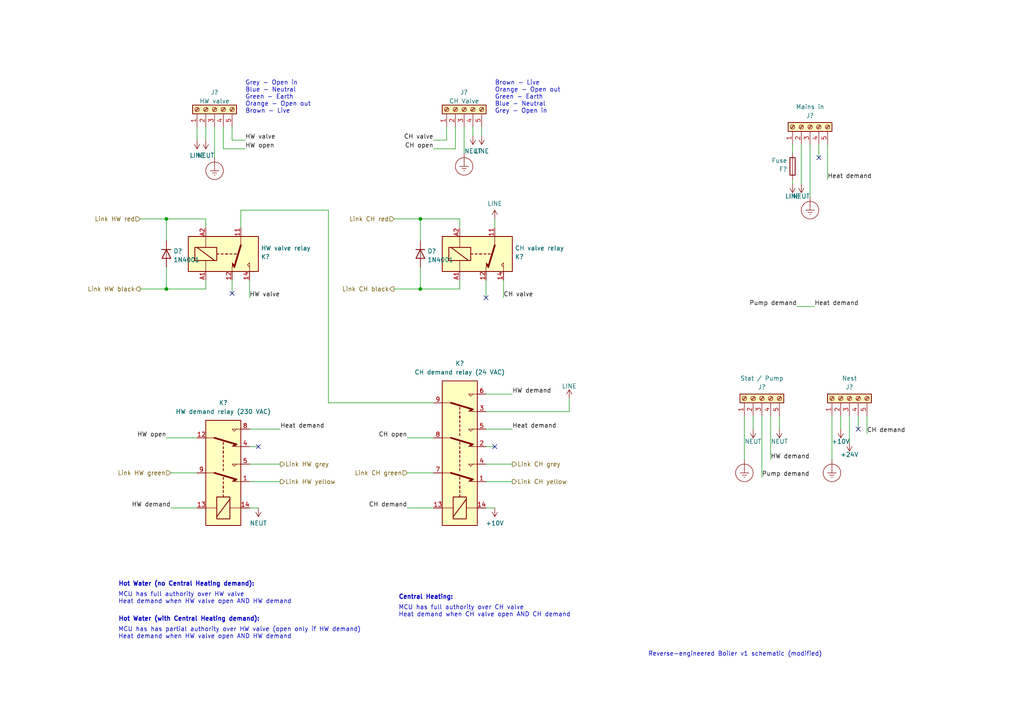
<source format=kicad_sch>
(kicad_sch (version 20211123) (generator eeschema)
  (paper "A4")
  (lib_symbols
    (symbol "Connector:Screw_Terminal_01x05" (pin_names (offset 1.016) hide)
      (property "Reference" "J" (at 0 7.62 0))
      (property "Value" "Screw_Terminal_01x05" (at 0 -7.62 0))
      (symbol "Screw_Terminal_01x05_1_1"
        (rectangle (start -1.27 6.35) (end 1.27 -6.35) (stroke (width 0.254)) (fill (type background)))
        (circle (center 0 -5.08) (radius 0.635) (stroke (width 0.1524)))
        (circle (center 0 -2.54) (radius 0.635) (stroke (width 0.1524)))
        (polyline (pts (xy -0.5334 -4.7498) (xy 0.3302 -5.588)) (stroke (width 0.1524)))
        (polyline (pts (xy -0.5334 -2.2098) (xy 0.3302 -3.048)) (stroke (width 0.1524)))
        (polyline (pts (xy -0.5334 0.3302) (xy 0.3302 -0.508)) (stroke (width 0.1524)))
        (polyline (pts (xy -0.5334 2.8702) (xy 0.3302 2.032)) (stroke (width 0.1524)))
        (polyline (pts (xy -0.5334 5.4102) (xy 0.3302 4.572)) (stroke (width 0.1524)))
        (polyline (pts (xy -0.3556 -4.572) (xy 0.508 -5.4102)) (stroke (width 0.1524)))
        (polyline (pts (xy -0.3556 -2.032) (xy 0.508 -2.8702)) (stroke (width 0.1524)))
        (polyline (pts (xy -0.3556 0.508) (xy 0.508 -0.3302)) (stroke (width 0.1524)))
        (polyline (pts (xy -0.3556 3.048) (xy 0.508 2.2098)) (stroke (width 0.1524)))
        (polyline (pts (xy -0.3556 5.588) (xy 0.508 4.7498)) (stroke (width 0.1524)))
        (circle (center 0 0) (radius 0.635) (stroke (width 0.1524)))
        (circle (center 0 2.54) (radius 0.635) (stroke (width 0.1524)))
        (circle (center 0 5.08) (radius 0.635) (stroke (width 0.1524)))
        (pin passive line (at -5.08 5.08 0) (length 3.81) (name "Pin_1") (number "1"))
        (pin passive line (at -5.08 2.54 0) (length 3.81) (name "Pin_2") (number "2"))
        (pin passive line (at -5.08 0 0) (length 3.81) (name "Pin_3") (number "3"))
        (pin passive line (at -5.08 -2.54 0) (length 3.81) (name "Pin_4") (number "4"))
        (pin passive line (at -5.08 -5.08 0) (length 3.81) (name "Pin_5") (number "5"))
      )
    )
    (symbol "Device:Fuse" (pin_numbers hide) (pin_names (offset 0))
      (property "Reference" "F" (at 2.032 0 90))
      (property "Value" "Fuse" (at -1.905 0 90))
      (symbol "Fuse_0_1"
        (rectangle (start -0.762 -2.54) (end 0.762 2.54) (stroke (width 0.254)))
        (polyline (pts (xy 0 2.54) (xy 0 -2.54)))
      )
      (symbol "Fuse_1_1"
        (pin passive line (at 0 3.81 270) (length 1.27) (name "~") (number "1"))
        (pin passive line (at 0 -3.81 90) (length 1.27) (name "~") (number "2"))
      )
    )
    (symbol "Diode:1N4001" (pin_numbers hide) (pin_names (offset 1.016) hide)
      (property "Reference" "D" (at 0 2.54 0))
      (property "Value" "1N4001" (at 0 -2.54 0))
      (symbol "1N4001_0_1"
        (polyline (pts (xy -1.27 1.27) (xy -1.27 -1.27)) (stroke (width 0.254)))
        (polyline (pts (xy 1.27 0) (xy -1.27 0)))
        (polyline (pts (xy 1.27 1.27) (xy 1.27 -1.27) (xy -1.27 0) (xy 1.27 1.27)) (stroke (width 0.254)))
      )
      (symbol "1N4001_1_1"
        (pin passive line (at -3.81 0 0) (length 2.54) (name "K") (number "1"))
        (pin passive line (at 3.81 0 180) (length 2.54) (name "A") (number "2"))
      )
    )
    (symbol "New_Library:0VAC" (power) (pin_names (offset 0))
      (property "Value" "0VAC" (at 0 3.5758 0))
      (symbol "0VAC_0_1"
        (polyline (pts (xy -0.762 1.27) (xy 0 2.54)))
        (polyline (pts (xy 0 0) (xy 0 2.54)))
        (polyline (pts (xy 0 2.54) (xy 0.762 1.27)))
      )
      (symbol "0VAC_1_1"
        (pin power_in line (at 0 0 90) (length 0) hide (name "+10V") (number "1"))
      )
    )
    (symbol "New_Library:24VAC" (power) (pin_names (offset 0))
      (property "Value" "24VAC" (at 0 3.5758 0))
      (symbol "24VAC_0_1"
        (polyline (pts (xy -0.762 1.27) (xy 0 2.54)))
        (polyline (pts (xy 0 0) (xy 0 2.54)))
        (polyline (pts (xy 0 2.54) (xy 0.762 1.27)))
      )
      (symbol "24VAC_1_1"
        (pin power_in line (at 0 0 90) (length 0) hide (name "+24V") (number "1"))
      )
    )
    (symbol "New_Library:FINDER-36.11"
      (property "Reference" "K" (at 11.43 3.81 0))
      (property "Value" "FINDER-36.11" (at 11.43 1.27 0))
      (symbol "FINDER-36.11_0_0"
        (polyline (pts (xy 2.54 3.81) (xy 2.54 5.08)))
        (polyline (pts (xy 7.62 3.81) (xy 7.62 5.08)))
        (polyline (pts (xy 7.62 3.81) (xy 7.62 2.54) (xy 6.985 3.175) (xy 7.62 3.81)))
      )
      (symbol "FINDER-36.11_0_1"
        (rectangle (start -10.16 5.08) (end 10.16 -5.08) (stroke (width 0.254)) (fill (type background)))
        (rectangle (start -8.255 1.905) (end -1.905 -1.905) (stroke (width 0.254)))
        (polyline (pts (xy -7.62 -1.905) (xy -2.54 1.905)) (stroke (width 0.254)))
        (polyline (pts (xy -5.08 -5.08) (xy -5.08 -1.905)))
        (polyline (pts (xy -5.08 5.08) (xy -5.08 1.905)))
        (polyline (pts (xy -1.905 0) (xy -1.27 0)) (stroke (width 0.254)))
        (polyline (pts (xy -0.635 0) (xy 0 0)) (stroke (width 0.254)))
        (polyline (pts (xy 0.635 0) (xy 1.27 0)) (stroke (width 0.254)))
        (polyline (pts (xy 0.635 0) (xy 1.27 0)) (stroke (width 0.254)))
        (polyline (pts (xy 1.905 0) (xy 2.54 0)) (stroke (width 0.254)))
        (polyline (pts (xy 3.175 0) (xy 3.81 0)) (stroke (width 0.254)))
        (polyline (pts (xy 5.08 -2.54) (xy 3.175 3.81)) (stroke (width 0.508)))
        (polyline (pts (xy 5.08 -2.54) (xy 5.08 -5.08)))
        (polyline (pts (xy 2.54 2.54) (xy 3.175 3.175) (xy 2.54 3.81)) (fill (type outline)))
      )
      (symbol "FINDER-36.11_1_1"
        (pin passive line (at 5.08 -7.62 90) (length 2.54) (name "~") (number "11"))
        (pin passive line (at 2.54 7.62 270) (length 2.54) (name "~") (number "12"))
        (pin passive line (at 7.62 7.62 270) (length 2.54) (name "~") (number "14"))
        (pin passive line (at -5.08 7.62 270) (length 2.54) (name "~") (number "A1"))
        (pin passive line (at -5.08 -7.62 90) (length 2.54) (name "~") (number "A2"))
      )
    )
    (symbol "New_Library:FINDER-55.12"
      (property "Reference" "K2" (at 0 24.0198 90))
      (property "Value" "HW demand relay" (at 0 21.4829 90))
      (symbol "FINDER-55.12_0_0"
        (polyline (pts (xy 2.54 3.81) (xy 2.54 5.08)))
        (polyline (pts (xy 7.62 3.81) (xy 7.62 5.08)))
        (polyline (pts (xy 12.7 3.81) (xy 12.7 5.08)))
        (polyline (pts (xy 17.78 3.81) (xy 17.78 5.08)))
        (polyline (pts (xy 7.62 3.81) (xy 7.62 2.54) (xy 6.985 3.175) (xy 7.62 3.81)))
        (polyline (pts (xy 17.78 3.81) (xy 17.78 2.54) (xy 17.145 3.175) (xy 17.78 3.81)))
      )
      (symbol "FINDER-55.12_0_1"
        (rectangle (start -10.16 5.08) (end 20.32 -5.08) (stroke (width 0.254)) (fill (type background)))
        (rectangle (start -8.255 1.905) (end -1.905 -1.905) (stroke (width 0.254)))
        (polyline (pts (xy -7.62 -1.905) (xy -2.54 1.905)) (stroke (width 0.254)))
        (polyline (pts (xy -5.08 -5.08) (xy -5.08 -1.905)))
        (polyline (pts (xy -5.08 5.08) (xy -5.08 1.905)))
        (polyline (pts (xy -1.905 0) (xy -1.27 0)) (stroke (width 0.254)))
        (polyline (pts (xy -0.635 0) (xy 0 0)) (stroke (width 0.254)))
        (polyline (pts (xy 0.635 0) (xy 1.27 0)) (stroke (width 0.254)))
        (polyline (pts (xy 0.635 0) (xy 1.27 0)) (stroke (width 0.254)))
        (polyline (pts (xy 1.905 0) (xy 2.54 0)) (stroke (width 0.254)))
        (polyline (pts (xy 3.175 0) (xy 3.81 0)) (stroke (width 0.254)))
        (polyline (pts (xy 5.08 -2.54) (xy 3.175 3.81)) (stroke (width 0.508)))
        (polyline (pts (xy 5.08 -2.54) (xy 5.08 -5.08)))
        (polyline (pts (xy 5.715 0) (xy 6.35 0)) (stroke (width 0.254)))
        (polyline (pts (xy 6.985 0) (xy 7.62 0)) (stroke (width 0.254)))
        (polyline (pts (xy 8.255 0) (xy 8.89 0)) (stroke (width 0.254)))
        (polyline (pts (xy 9.525 0) (xy 10.16 0)) (stroke (width 0.254)))
        (polyline (pts (xy 10.795 0) (xy 11.43 0)) (stroke (width 0.254)))
        (polyline (pts (xy 10.795 0) (xy 11.43 0)) (stroke (width 0.254)))
        (polyline (pts (xy 12.065 0) (xy 12.7 0)) (stroke (width 0.254)))
        (polyline (pts (xy 13.335 0) (xy 13.97 0)) (stroke (width 0.254)))
        (polyline (pts (xy 15.24 -2.54) (xy 13.335 3.81)) (stroke (width 0.508)))
        (polyline (pts (xy 15.24 -2.54) (xy 15.24 -5.08)))
        (polyline (pts (xy 2.54 2.54) (xy 3.175 3.175) (xy 2.54 3.81)) (fill (type outline)))
        (polyline (pts (xy 12.7 2.54) (xy 13.335 3.175) (xy 12.7 3.81)) (fill (type outline)))
      )
      (symbol "FINDER-55.12_1_1"
        (pin passive line (at 2.54 7.62 270) (length 2.54) (name "~") (number "1"))
        (pin passive line (at 15.24 -7.62 90) (length 2.54) (name "~") (number "12"))
        (pin passive line (at -5.08 -7.62 90) (length 2.54) (name "~") (number "13"))
        (pin passive line (at -5.08 7.62 270) (length 2.54) (name "~") (number "14"))
        (pin passive line (at 12.7 7.62 270) (length 2.54) (name "~") (number "4"))
        (pin passive line (at 7.62 7.62 270) (length 2.54) (name "~") (number "5"))
        (pin passive line (at 17.78 7.62 270) (length 2.54) (name "~") (number "8"))
        (pin passive line (at 5.08 -7.62 90) (length 2.54) (name "~") (number "9"))
      )
    )
    (symbol "New_Library:FINDER-55.13"
      (property "Reference" "K4" (at 35.4498 0 90))
      (property "Value" "CH demand relay" (at 32.9129 0 90))
      (symbol "FINDER-55.13_0_0"
        (polyline (pts (xy 2.54 3.81) (xy 2.54 5.08)))
        (polyline (pts (xy 7.62 3.81) (xy 7.62 5.08)))
        (polyline (pts (xy 12.7 3.81) (xy 12.7 5.08)))
        (polyline (pts (xy 17.78 3.81) (xy 17.78 5.08)))
        (polyline (pts (xy 22.86 3.81) (xy 22.86 5.08)))
        (polyline (pts (xy 27.94 3.81) (xy 27.94 5.08)))
        (polyline (pts (xy 7.62 3.81) (xy 7.62 2.54) (xy 6.985 3.175) (xy 7.62 3.81)))
        (polyline (pts (xy 17.78 3.81) (xy 17.78 2.54) (xy 17.145 3.175) (xy 17.78 3.81)))
        (polyline (pts (xy 27.94 3.81) (xy 27.94 2.54) (xy 27.305 3.175) (xy 27.94 3.81)))
      )
      (symbol "FINDER-55.13_0_1"
        (rectangle (start -10.16 5.08) (end 31.75 -5.08) (stroke (width 0.254)) (fill (type background)))
        (rectangle (start -8.255 1.905) (end -1.905 -1.905) (stroke (width 0.254)))
        (polyline (pts (xy -7.62 -1.905) (xy -2.54 1.905)) (stroke (width 0.254)))
        (polyline (pts (xy -5.08 -5.08) (xy -5.08 -1.905)))
        (polyline (pts (xy -5.08 5.08) (xy -5.08 1.905)))
        (polyline (pts (xy -1.905 0) (xy -1.27 0)) (stroke (width 0.254)))
        (polyline (pts (xy -0.635 0) (xy 0 0)) (stroke (width 0.254)))
        (polyline (pts (xy 0.635 0) (xy 1.27 0)) (stroke (width 0.254)))
        (polyline (pts (xy 0.635 0) (xy 1.27 0)) (stroke (width 0.254)))
        (polyline (pts (xy 1.905 0) (xy 2.54 0)) (stroke (width 0.254)))
        (polyline (pts (xy 3.175 0) (xy 3.81 0)) (stroke (width 0.254)))
        (polyline (pts (xy 5.08 -2.54) (xy 3.175 3.81)) (stroke (width 0.508)))
        (polyline (pts (xy 5.08 -2.54) (xy 5.08 -5.08)))
        (polyline (pts (xy 5.715 0) (xy 6.35 0)) (stroke (width 0.254)))
        (polyline (pts (xy 6.985 0) (xy 7.62 0)) (stroke (width 0.254)))
        (polyline (pts (xy 8.255 0) (xy 8.89 0)) (stroke (width 0.254)))
        (polyline (pts (xy 9.525 0) (xy 10.16 0)) (stroke (width 0.254)))
        (polyline (pts (xy 10.795 0) (xy 11.43 0)) (stroke (width 0.254)))
        (polyline (pts (xy 10.795 0) (xy 11.43 0)) (stroke (width 0.254)))
        (polyline (pts (xy 12.065 0) (xy 12.7 0)) (stroke (width 0.254)))
        (polyline (pts (xy 13.335 0) (xy 13.97 0)) (stroke (width 0.254)))
        (polyline (pts (xy 15.24 -2.54) (xy 13.335 3.81)) (stroke (width 0.508)))
        (polyline (pts (xy 15.24 -2.54) (xy 15.24 -5.08)))
        (polyline (pts (xy 15.875 0) (xy 16.51 0)) (stroke (width 0.254)))
        (polyline (pts (xy 17.145 0) (xy 17.78 0)) (stroke (width 0.254)))
        (polyline (pts (xy 18.415 0) (xy 19.05 0)) (stroke (width 0.254)))
        (polyline (pts (xy 19.685 0) (xy 20.32 0)) (stroke (width 0.254)))
        (polyline (pts (xy 20.955 0) (xy 21.59 0)) (stroke (width 0.254)))
        (polyline (pts (xy 20.955 0) (xy 21.59 0)) (stroke (width 0.254)))
        (polyline (pts (xy 20.955 0) (xy 21.59 0)) (stroke (width 0.254)))
        (polyline (pts (xy 22.225 0) (xy 22.86 0)) (stroke (width 0.254)))
        (polyline (pts (xy 23.495 0) (xy 24.13 0)) (stroke (width 0.254)))
        (polyline (pts (xy 25.4 -2.54) (xy 23.495 3.81)) (stroke (width 0.508)))
        (polyline (pts (xy 25.4 -2.54) (xy 25.4 -5.08)))
        (polyline (pts (xy 2.54 2.54) (xy 3.175 3.175) (xy 2.54 3.81)) (fill (type outline)))
        (polyline (pts (xy 12.7 2.54) (xy 13.335 3.175) (xy 12.7 3.81)) (fill (type outline)))
        (polyline (pts (xy 22.86 2.54) (xy 23.495 3.175) (xy 22.86 3.81)) (fill (type outline)))
      )
      (symbol "FINDER-55.13_1_1"
        (pin passive line (at 2.54 7.62 270) (length 2.54) (name "~") (number "1"))
        (pin passive line (at -5.08 -7.62 90) (length 2.54) (name "~") (number "13"))
        (pin passive line (at -5.08 7.62 270) (length 2.54) (name "~") (number "14"))
        (pin passive line (at 12.7 7.62 270) (length 2.54) (name "~") (number "2"))
        (pin passive line (at 22.86 7.62 270) (length 2.54) (name "~") (number "3"))
        (pin passive line (at 7.62 7.62 270) (length 2.54) (name "~") (number "4"))
        (pin passive line (at 17.78 7.62 270) (length 2.54) (name "~") (number "5"))
        (pin passive line (at 27.94 7.62 270) (length 2.54) (name "~") (number "6"))
        (pin passive line (at 5.08 -7.62 90) (length 2.54) (name "~") (number "7"))
        (pin passive line (at 15.24 -7.62 90) (length 2.54) (name "~") (number "8"))
        (pin passive line (at 25.4 -7.62 90) (length 2.54) (name "~") (number "9"))
      )
    )
    (symbol "New_Library:L" (power) (pin_names (offset 0))
      (property "Value" "L" (at 0 3.5758 0))
      (symbol "L_0_1"
        (polyline (pts (xy -0.762 1.27) (xy 0 2.54)))
        (polyline (pts (xy 0 0) (xy 0 2.54)))
        (polyline (pts (xy 0 2.54) (xy 0.762 1.27)))
      )
      (symbol "L_1_1"
        (pin power_in line (at 0 0 90) (length 0) hide (name "LINE") (number "1"))
      )
    )
    (symbol "New_Library:N" (power) (pin_names (offset 0))
      (property "Value" "N" (at 0 3.5758 0))
      (symbol "N_0_1"
        (polyline (pts (xy -0.762 1.27) (xy 0 2.54)))
        (polyline (pts (xy 0 0) (xy 0 2.54)))
        (polyline (pts (xy 0 2.54) (xy 0.762 1.27)))
      )
      (symbol "N_1_1"
        (pin power_in line (at 0 0 90) (length 0) hide (name "NEUT") (number "1"))
      )
    )
    (symbol "power:Earth_Protective" (power) (pin_names (offset 0))
      (symbol "Earth_Protective_0_1"
        (circle (center 0 -3.81) (radius 2.54))
        (polyline (pts (xy -0.635 -4.445) (xy 0.635 -4.445)))
        (polyline (pts (xy -0.127 -5.08) (xy 0.127 -5.08)))
        (polyline (pts (xy 0 -3.81) (xy 0 0)))
        (polyline (pts (xy 1.27 -3.81) (xy -1.27 -3.81)))
      )
      (symbol "Earth_Protective_1_1"
        (pin power_in line (at 0 0 270) (length 0) hide (name "Earth_Protective") (number "1"))
      )
    )
  )
  (junction (at 48.26 63.5))
  (junction (at 121.92 83.82))
  (junction (at 48.26 83.82))
  (junction (at 121.92 63.5))
  (no_connect (at 67.31 85.09))
  (no_connect (at 248.92 124.46))
  (no_connect (at 74.93 129.54))
  (no_connect (at 237.49 45.72))
  (no_connect (at 143.51 129.54))
  (no_connect (at 140.97 86.36))
  (wire (pts (xy 140.97 124.46) (xy 148.59 124.46)))
  (wire (pts (xy 72.39 81.28) (xy 72.39 86.36)))
  (wire (pts (xy 220.98 138.43) (xy 220.98 120.65)))
  (wire (pts (xy 118.11 137.16) (xy 125.73 137.16)))
  (wire (pts (xy 133.35 63.5) (xy 133.35 66.04)))
  (wire (pts (xy 67.31 40.64) (xy 67.31 36.83)))
  (wire (pts (xy 133.35 83.82) (xy 133.35 81.28)))
  (wire (pts (xy 48.26 83.82) (xy 48.26 77.47)))
  (wire (pts (xy 40.64 63.5) (xy 48.26 63.5)))
  (wire (pts (xy 121.92 83.82) (xy 133.35 83.82)))
  (wire (pts (xy 140.97 86.36) (xy 140.97 81.28)))
  (wire (pts (xy 71.12 43.18) (xy 64.77 43.18)))
  (wire (pts (xy 229.87 53.34) (xy 229.87 52.07)))
  (wire (pts (xy 59.69 83.82) (xy 59.69 81.28)))
  (wire (pts (xy 240.03 52.07) (xy 240.03 41.91)))
  (wire (pts (xy 62.23 36.83) (xy 62.23 45.72)))
  (wire (pts (xy 72.39 139.7) (xy 81.28 139.7)))
  (wire (pts (xy 140.97 134.62) (xy 148.59 134.62)))
  (wire (pts (xy 165.1 115.57) (xy 165.1 119.38)))
  (wire (pts (xy 69.85 60.96) (xy 95.25 60.96)))
  (wire (pts (xy 218.44 124.46) (xy 218.44 120.65)))
  (wire (pts (xy 229.87 44.45) (xy 229.87 41.91)))
  (wire (pts (xy 48.26 63.5) (xy 48.26 69.85)))
  (wire (pts (xy 140.97 147.32) (xy 143.51 147.32)))
  (wire (pts (xy 165.1 119.38) (xy 140.97 119.38)))
  (wire (pts (xy 71.12 40.64) (xy 67.31 40.64)))
  (wire (pts (xy 125.73 43.18) (xy 132.08 43.18)))
  (wire (pts (xy 57.15 40.64) (xy 57.15 36.83)))
  (wire (pts (xy 72.39 129.54) (xy 74.93 129.54)))
  (wire (pts (xy 59.69 36.83) (xy 59.69 40.64)))
  (wire (pts (xy 49.53 147.32) (xy 57.15 147.32)))
  (wire (pts (xy 232.41 53.34) (xy 232.41 41.91)))
  (wire (pts (xy 72.39 147.32) (xy 74.93 147.32)))
  (wire (pts (xy 143.51 66.04) (xy 143.51 63.5)))
  (wire (pts (xy 114.3 63.5) (xy 121.92 63.5)))
  (wire (pts (xy 140.97 139.7) (xy 148.59 139.7)))
  (wire (pts (xy 118.11 127) (xy 125.73 127)))
  (wire (pts (xy 215.9 133.35) (xy 215.9 120.65)))
  (wire (pts (xy 139.7 36.83) (xy 139.7 39.37)))
  (wire (pts (xy 48.26 127) (xy 57.15 127)))
  (wire (pts (xy 72.39 134.62) (xy 81.28 134.62)))
  (wire (pts (xy 121.92 69.85) (xy 121.92 63.5)))
  (wire (pts (xy 241.3 133.35) (xy 241.3 120.65)))
  (wire (pts (xy 125.73 116.84) (xy 95.25 116.84)))
  (wire (pts (xy 114.3 83.82) (xy 121.92 83.82)))
  (wire (pts (xy 132.08 43.18) (xy 132.08 36.83)))
  (wire (pts (xy 72.39 124.46) (xy 81.28 124.46)))
  (wire (pts (xy 140.97 114.3) (xy 148.59 114.3)))
  (wire (pts (xy 146.05 86.36) (xy 146.05 81.28)))
  (wire (pts (xy 226.06 124.46) (xy 226.06 120.65)))
  (wire (pts (xy 49.53 137.16) (xy 57.15 137.16)))
  (wire (pts (xy 118.11 147.32) (xy 125.73 147.32)))
  (wire (pts (xy 140.97 129.54) (xy 143.51 129.54)))
  (wire (pts (xy 67.31 85.09) (xy 67.31 81.28)))
  (wire (pts (xy 40.64 83.82) (xy 48.26 83.82)))
  (wire (pts (xy 243.84 124.46) (xy 243.84 120.65)))
  (wire (pts (xy 251.46 125.73) (xy 251.46 120.65)))
  (wire (pts (xy 121.92 83.82) (xy 121.92 77.47)))
  (wire (pts (xy 59.69 63.5) (xy 59.69 66.04)))
  (wire (pts (xy 64.77 43.18) (xy 64.77 36.83)))
  (wire (pts (xy 246.38 128.27) (xy 246.38 120.65)))
  (wire (pts (xy 137.16 36.83) (xy 137.16 39.37)))
  (wire (pts (xy 248.92 124.46) (xy 248.92 120.65)))
  (wire (pts (xy 69.85 66.04) (xy 69.85 60.96)))
  (wire (pts (xy 223.52 133.35) (xy 223.52 120.65)))
  (wire (pts (xy 59.69 63.5) (xy 48.26 63.5)))
  (wire (pts (xy 129.54 36.83) (xy 129.54 40.64)))
  (wire (pts (xy 237.49 45.72) (xy 237.49 41.91)))
  (wire (pts (xy 234.95 57.15) (xy 234.95 41.91)))
  (wire (pts (xy 95.25 60.96) (xy 95.25 116.84)))
  (wire (pts (xy 134.62 36.83) (xy 134.62 44.45)))
  (wire (pts (xy 59.69 83.82) (xy 48.26 83.82)))
  (wire (pts (xy 121.92 63.5) (xy 133.35 63.5)))
  (wire (pts (xy 125.73 40.64) (xy 129.54 40.64)))
  (wire (pts (xy 236.22 88.9) (xy 231.14 88.9)))
  (text "Hot Water (with Central Heating demand):" (at 34.29 180.34 0) (effects (font (size 1.27 1.27) bold) (justify left bottom)))
  (text "Central Heating:\n" (at 115.57 173.99 0) (effects (font (size 1.27 1.27) (thickness 0.254) bold) (justify left bottom)))
  (text "MCU has has partial authority over HW valve (open only if HW demand)\nHeat demand when HW valve open AND HW demand" (at 34.29 185.42 0) (effects (font (size 1.27 1.27)) (justify left bottom)))
  (text "MCU has full authority over CH valve\nHeat demand when CH valve open AND CH demand" (at 115.57 179.07 0) (effects (font (size 1.27 1.27)) (justify left bottom)))
  (text "Grey - Open in\nBlue - Neutral\nGreen - Earth\nOrange - Open out\nBrown - Live\n" (at 71.12 33.02 0) (effects (font (size 1.27 1.27)) (justify left bottom)))
  (text "MCU has full authority over HW valve\nHeat demand when HW valve open AND HW demand" (at 34.29 175.26 0) (effects (font (size 1.27 1.27)) (justify left bottom)))
  (text "Hot Water (no Central Heating demand):" (at 34.29 170.18 0) (effects (font (size 1.27 1.27) bold) (justify left bottom)))
  (text "Brown - Live\nOrange - Open out\nGreen - Earth\nBlue - Neutral\nGrey - Open in" (at 143.51 33.02 0) (effects (font (size 1.27 1.27)) (justify left bottom)))
  (text "Reverse-engineered Boiler v1 schematic (modified)\n" (at 187.96 190.5 0) (effects (font (size 1.27 1.27)) (justify left bottom)))
  (label "Heat demand" (at 81.28 124.46 0))
  (label "CH open" (at 125.73 43.18 180))
  (label "Pump demand" (at 220.98 138.43 0))
  (label "Heat demand" (at 240.03 52.07 0))
  (label "HW open" (at 71.12 43.18 0))
  (label "Heat demand" (at 236.22 88.9 0))
  (label "HW demand" (at 148.59 114.3 0))
  (label "HW valve" (at 72.39 86.36 0))
  (label "CH demand" (at 118.11 147.32 180))
  (label "HW demand" (at 49.53 147.32 180))
  (label "HW valve" (at 71.12 40.64 0))
  (label "CH demand" (at 251.46 125.73 0))
  (label "CH open" (at 118.11 127 180))
  (label "HW open" (at 48.26 127 180))
  (label "CH valve" (at 125.73 40.64 180))
  (label "Heat demand" (at 148.59 124.46 0))
  (label "HW demand" (at 223.52 133.35 0))
  (label "CH valve" (at 146.05 86.36 0))
  (label "Pump demand" (at 231.14 88.9 180))
  (hierarchical_label "Link CH yellow" (shape output) (at 148.59 139.7 0))
  (hierarchical_label "Link CH green" (shape input) (at 118.11 137.16 180))
  (hierarchical_label "Link HW red" (shape input) (at 40.64 63.5 180))
  (hierarchical_label "Link CH red" (shape input) (at 114.3 63.5 180))
  (hierarchical_label "Link CH black" (shape output) (at 114.3 83.82 180))
  (hierarchical_label "Link HW green" (shape input) (at 49.53 137.16 180))
  (hierarchical_label "Link CH grey" (shape output) (at 148.59 134.62 0))
  (hierarchical_label "Link HW yellow" (shape output) (at 81.28 139.7 0))
  (hierarchical_label "Link HW black" (shape output) (at 40.64 83.82 180))
  (hierarchical_label "Link HW grey" (shape output) (at 81.28 134.62 0))
  (symbol (lib_id "Connector:Screw_Terminal_01x05") (at 234.95 36.83 90) (unit 1)
    (property "Reference" "J?" (at 234.95 33.5296 90))
    (property "Value" "Mains in" (at 234.95 30.9927 90))
  )
  (symbol (lib_id "New_Library:L") (at 143.51 63.5 0) (mirror y) (unit 1)
    (property "Reference" "#PWR?" (effects hide))
    (property "Value" "L" (at 143.51 59.0566 0))
  )
  (symbol (lib_id "power:Earth_Protective") (at 215.9 133.35 0) (unit 1)
    (property "Reference" "#PWR?" (effects hide))
    (property "Value" "Earth_Protective" (effects hide))
  )
  (symbol (lib_id "Connector:Screw_Terminal_01x05") (at 134.62 31.75 90) (unit 1)
    (property "Reference" "J?" (at 134.62 26.7802 90))
    (property "Value" "CH Valve" (at 134.62 29.3171 90))
  )
  (symbol (lib_id "New_Library:FINDER-55.12") (at 64.77 142.24 270) (mirror x) (unit 1)
    (property "Reference" "K?" (at 64.77 116.84 90))
    (property "Value" "HW demand relay (230 VAC)" (at 64.77 119.38 90))
    (property "Footprint" "Edds:FINDER 55.12" (effects hide))
  )
  (symbol (lib_id "power:Earth_Protective") (at 241.3 133.35 0) (unit 1)
    (property "Reference" "#PWR?" (effects hide))
    (property "Value" "Earth_Protective" (effects hide))
  )
  (symbol (lib_id "power:Earth_Protective") (at 234.95 57.15 0) (unit 1)
    (property "Reference" "#PWR?" (effects hide))
    (property "Value" "Earth_Protective" (effects hide))
  )
  (symbol (lib_id "New_Library:L") (at 165.1 115.57 0) (mirror y) (unit 1)
    (property "Reference" "#PWR?" (effects hide))
    (property "Value" "L" (at 165.1 111.9942 0))
  )
  (symbol (lib_id "New_Library:FINDER-55.13") (at 133.35 142.24 270) (mirror x) (unit 1)
    (property "Reference" "K?" (at 133.35 105.4131 90))
    (property "Value" "CH demand relay (24 VAC)" (at 133.35 107.95 90))
    (property "Footprint" "Edds:FINDER 55.13" (effects hide))
  )
  (symbol (lib_id "New_Library:N") (at 232.41 53.34 180) (unit 1)
    (property "Reference" "#PWR?" (effects hide))
    (property "Value" "N" (at 232.41 56.9158 0))
  )
  (symbol (lib_id "New_Library:N") (at 74.93 147.32 180) (unit 1)
    (property "Reference" "#PWR?" (effects hide))
    (property "Value" "N" (at 74.93 151.7634 0))
  )
  (symbol (lib_id "New_Library:0VAC") (at 243.84 124.46 180) (unit 1)
    (property "Reference" "#PWR?" (effects hide))
    (property "Value" "0VAC" (at 243.84 128.0358 0))
  )
  (symbol (lib_id "Connector:Screw_Terminal_01x05") (at 62.23 31.75 90) (unit 1)
    (property "Reference" "J?" (at 62.23 26.7802 90))
    (property "Value" "HW valve" (at 62.23 29.3171 90))
  )
  (symbol (lib_id "power:Earth_Protective") (at 62.23 45.72 0) (unit 1)
    (property "Reference" "#PWR?" (effects hide))
    (property "Value" "Earth_Protective" (effects hide))
  )
  (symbol (lib_id "New_Library:FINDER-36.11") (at 64.77 73.66 0) (mirror x) (unit 1)
    (property "Reference" "K?" (at 75.692 74.4947 0) (effects (justify left)))
    (property "Value" "HW valve relay" (at 75.692 71.9578 0) (effects (justify left)))
    (property "Footprint" "Relay_THT:Relay_SPDT_Finder_36.11" (effects hide))
  )
  (symbol (lib_id "New_Library:N") (at 226.06 124.46 180) (unit 1)
    (property "Reference" "#PWR?" (effects hide))
    (property "Value" "N" (at 226.06 128.0358 0))
  )
  (symbol (lib_id "New_Library:FINDER-36.11") (at 138.43 73.66 0) (mirror x) (unit 1)
    (property "Reference" "K?" (at 149.352 74.4947 0) (effects (justify left)))
    (property "Value" "CH valve relay" (at 149.352 71.9578 0) (effects (justify left)))
    (property "Footprint" "Relay_THT:Relay_SPDT_Finder_36.11" (effects hide))
  )
  (symbol (lib_id "New_Library:L") (at 229.87 53.34 180) (unit 1)
    (property "Reference" "#PWR?" (effects hide))
    (property "Value" "L" (at 229.87 56.9158 0))
  )
  (symbol (lib_id "New_Library:L") (at 139.7 39.37 180) (unit 1)
    (property "Reference" "#PWR?" (effects hide))
    (property "Value" "L" (at 139.7 43.8134 0))
  )
  (symbol (lib_id "Diode:1N4001") (at 121.92 73.66 270) (unit 1)
    (property "Reference" "D?" (at 123.952 72.8253 90) (effects (justify left)))
    (property "Value" "1N4001" (at 123.952 75.3622 90) (effects (justify left)))
    (property "Footprint" "Diode_THT:D_DO-41_SOD81_P10.16mm_Horizontal" (effects hide))
    (property "Datasheet" "http://www.vishay.com/docs/88503/1n4001.pdf" (effects hide))
  )
  (symbol (lib_id "New_Library:N") (at 218.44 124.46 180) (unit 1)
    (property "Reference" "#PWR?" (effects hide))
    (property "Value" "N" (at 218.44 128.0358 0))
  )
  (symbol (lib_id "New_Library:N") (at 59.69 40.64 180) (unit 1)
    (property "Reference" "#PWR?" (effects hide))
    (property "Value" "N" (at 59.69 45.0834 0))
  )
  (symbol (lib_id "Diode:1N4001") (at 48.26 73.66 270) (unit 1)
    (property "Reference" "D?" (at 50.292 72.8253 90) (effects (justify left)))
    (property "Value" "1N4001" (at 50.292 75.3622 90) (effects (justify left)))
    (property "Footprint" "Diode_THT:D_DO-41_SOD81_P10.16mm_Horizontal" (effects hide))
    (property "Datasheet" "http://www.vishay.com/docs/88503/1n4001.pdf" (effects hide))
  )
  (symbol (lib_id "Connector:Screw_Terminal_01x05") (at 220.98 115.57 90) (unit 1)
    (property "Reference" "J?" (at 220.98 112.2696 90))
    (property "Value" "Stat / Pump" (at 220.98 109.7327 90))
  )
  (symbol (lib_id "Connector:Screw_Terminal_01x05") (at 246.38 115.57 90) (unit 1)
    (property "Reference" "J?" (at 246.38 112.2696 90))
    (property "Value" "Nest" (at 246.38 109.7327 90))
  )
  (symbol (lib_id "New_Library:24VAC") (at 246.38 128.27 180) (unit 1)
    (property "Reference" "#PWR?" (effects hide))
    (property "Value" "24VAC" (at 246.38 131.8458 0))
  )
  (symbol (lib_id "New_Library:0VAC") (at 143.51 147.32 0) (mirror x) (unit 1)
    (property "Reference" "#PWR?" (effects hide))
    (property "Value" "0VAC" (at 143.51 151.7634 0))
  )
  (symbol (lib_id "New_Library:N") (at 137.16 39.37 180) (unit 1)
    (property "Reference" "#PWR?" (effects hide))
    (property "Value" "N" (at 137.16 43.8134 0))
  )
  (symbol (lib_id "power:Earth_Protective") (at 134.62 44.45 0) (unit 1)
    (property "Reference" "#PWR?" (effects hide))
    (property "Value" "Earth_Protective" (effects hide))
  )
  (symbol (lib_id "Device:Fuse") (at 229.87 48.26 180) (unit 1)
    (property "Reference" "F?" (at 228.346 49.0947 0) (effects (justify left)))
    (property "Value" "Fuse" (at 228.346 46.5578 0) (effects (justify left)))
  )
  (symbol (lib_id "New_Library:L") (at 57.15 40.64 180) (unit 1)
    (property "Reference" "#PWR?" (effects hide))
    (property "Value" "L" (at 57.15 45.0834 0))
  )
)
</source>
